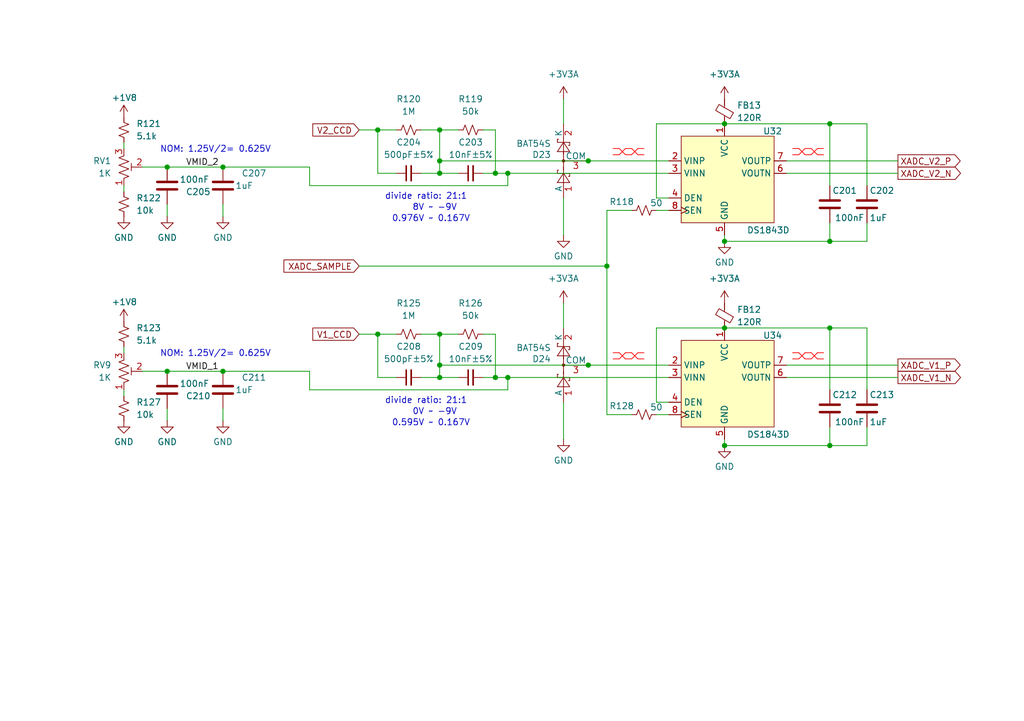
<source format=kicad_sch>
(kicad_sch (version 20231120) (generator "eeschema") (generator_version "8.0")
  (paper "A5")
  (title_block (title "Sitina 1 Sensor Board - V Signal Sampler") (date "2024-03-25") (rev "R0.11") (company "Copyright 2024 Anhang Li, Wenting Zhang") (comment 2 "MERCHANTABILITY, SATISFACTORY QUALITY AND FITNESS FOR A PARTICULAR PURPOSE.") (comment 3 "This source is distributed WITHOUT ANY EXPRESS OR IMPLIED WARRANTY, INCLUDING OF") (comment 4 "This source describes Open Hardware and is licensed under the CERN-OHL-P v2."))
  (lib_symbols
    (symbol "AL_common:DS1843"
      (property "Reference" "U" (at 0 3.81 0))
      (property "Value" "DS1843D" (at 0 1.778 0))
      (symbol "DS1843_1_1"
        (rectangle (start 0 0) (end 19.05 -17.78) (fill (type background)))
        (pin power_in line (at 8.89 2.54 270) (length 2.54) (name "VCC") (number "1"))
        (pin input line (at -2.54 -5.08 0) (length 2.54) (name "VINP") (number "2"))
        (pin input line (at -2.54 -7.62 0) (length 2.54) (name "VINN") (number "3"))
        (pin input line (at -2.54 -12.7 0) (length 2.54) (name "DEN") (number "4"))
        (pin passive line (at 8.89 -20.32 90) (length 2.54) (name "GND") (number "5"))
        (pin output line (at 21.59 -7.62 180) (length 2.54) (name "VOUTN") (number "6"))
        (pin output line (at 21.59 -5.08 180) (length 2.54) (name "VOUTP") (number "7"))
        (pin input clock (at -2.54 -15.24 0) (length 2.54) (name "SEN") (number "8"))
      )
    )
    (symbol "Device:C" (pin_numbers hide) (pin_names (offset 0.254))
      (property "Reference" "C" (at 0.635 2.54 0))
      (property "Value" "C" (at 0.635 -2.54 0))
      (symbol "C_0_1"
        (polyline (pts (xy -2.032 -0.762) (xy 2.032 -0.762)) (stroke (width 0.508)))
        (polyline (pts (xy -2.032 0.762) (xy 2.032 0.762)) (stroke (width 0.508)))
      )
      (symbol "C_1_1"
        (pin passive line (at 0 3.81 270) (length 2.794) (name "~") (number "1"))
        (pin passive line (at 0 -3.81 90) (length 2.794) (name "~") (number "2"))
      )
    )
    (symbol "Device:C_Small" (pin_numbers hide) (pin_names (offset 0.254) hide)
      (property "Reference" "C" (at 0.254 1.778 0))
      (property "Value" "C_Small" (at 0.254 -2.032 0))
      (symbol "C_Small_0_1"
        (polyline (pts (xy -1.524 -0.508) (xy 1.524 -0.508)) (stroke (width 0.3302)))
        (polyline (pts (xy -1.524 0.508) (xy 1.524 0.508)) (stroke (width 0.3048)))
      )
      (symbol "C_Small_1_1"
        (pin passive line (at 0 2.54 270) (length 2.032) (name "~") (number "1"))
        (pin passive line (at 0 -2.54 90) (length 2.032) (name "~") (number "2"))
      )
    )
    (symbol "Device:FerriteBead_Small" (pin_numbers hide) (pin_names (offset 0))
      (property "Reference" "FB" (at 1.905 1.27 0))
      (property "Value" "FerriteBead_Small" (at 1.905 -1.27 0))
      (symbol "FerriteBead_Small_0_1"
        (polyline (pts (xy 0 -1.27) (xy 0 -0.7874)))
        (polyline (pts (xy 0 0.889) (xy 0 1.2954)))
        (polyline (pts (xy -1.8288 0.2794) (xy -1.1176 1.4986) (xy 1.8288 -0.2032) (xy 1.1176 -1.4224) (xy -1.8288 0.2794)))
      )
      (symbol "FerriteBead_Small_1_1"
        (pin passive line (at 0 2.54 270) (length 1.27) (name "~") (number "1"))
        (pin passive line (at 0 -2.54 90) (length 1.27) (name "~") (number "2"))
      )
    )
    (symbol "Device:R_Potentiometer_Trim_US" (pin_names (offset 1.016) hide)
      (property "Reference" "RV" (at -4.445 0 90))
      (property "Value" "R_Potentiometer_Trim_US" (at -2.54 0 90))
      (symbol "R_Potentiometer_Trim_US_0_1"
        (polyline (pts (xy 0 -2.286) (xy 0 -2.54)))
        (polyline (pts (xy 0 2.286) (xy 0 2.54)))
        (polyline (pts (xy 1.524 0.762) (xy 1.524 -0.762)))
        (polyline (pts (xy 2.54 0) (xy 1.524 0)))
        (polyline (pts (xy 0 -0.762) (xy 1.016 -1.143) (xy 0 -1.524) (xy -1.016 -1.905) (xy 0 -2.286)))
        (polyline (pts (xy 0 0.762) (xy 1.016 0.381) (xy 0 0) (xy -1.016 -0.381) (xy 0 -0.762)))
        (polyline (pts (xy 0 2.286) (xy 1.016 1.905) (xy 0 1.524) (xy -1.016 1.143) (xy 0 0.762)))
      )
      (symbol "R_Potentiometer_Trim_US_1_1"
        (pin passive line (at 0 3.81 270) (length 1.27) (name "1") (number "1"))
        (pin passive line (at 3.81 0 180) (length 1.27) (name "2") (number "2"))
        (pin passive line (at 0 -3.81 90) (length 1.27) (name "3") (number "3"))
      )
    )
    (symbol "Device:R_Small_US" (pin_numbers hide) (pin_names (offset 0.254) hide)
      (property "Reference" "R" (at 0.762 0.508 0))
      (property "Value" "R_Small_US" (at 0.762 -1.016 0))
      (symbol "R_Small_US_1_1"
        (polyline (pts (xy 0 0) (xy 1.016 -0.381) (xy 0 -0.762) (xy -1.016 -1.143) (xy 0 -1.524)))
        (polyline (pts (xy 0 1.524) (xy 1.016 1.143) (xy 0 0.762) (xy -1.016 0.381) (xy 0 0)))
        (pin passive line (at 0 2.54 270) (length 1.016) (name "~") (number "1"))
        (pin passive line (at 0 -2.54 90) (length 1.016) (name "~") (number "2"))
      )
    )
    (symbol "Diode:BAT54S" (pin_names (offset 0))
      (property "Reference" "D" (at 2.54 -5.08 0))
      (property "Value" "BAT54S" (at -6.35 3.175 0))
      (symbol "BAT54S_0_1"
        (polyline (pts (xy -3.81 0) (xy -1.27 0)))
        (polyline (pts (xy -3.175 -1.27) (xy -3.175 -1.016)))
        (polyline (pts (xy -2.54 -1.27) (xy -3.175 -1.27)))
        (polyline (pts (xy -2.54 -1.27) (xy -2.54 1.27)))
        (polyline (pts (xy -2.54 1.27) (xy -1.905 1.27)))
        (polyline (pts (xy -1.905 0) (xy 1.905 0)))
        (polyline (pts (xy -1.905 1.27) (xy -1.905 1.016)))
        (polyline (pts (xy 1.27 0) (xy 3.81 0)))
        (polyline (pts (xy 3.175 -1.27) (xy 3.175 -1.016)))
        (polyline (pts (xy 3.81 -1.27) (xy 3.175 -1.27)))
        (polyline (pts (xy 3.81 -1.27) (xy 3.81 1.27)))
        (polyline (pts (xy 3.81 1.27) (xy 4.445 1.27)))
        (polyline (pts (xy 4.445 1.27) (xy 4.445 1.016)))
        (polyline (pts (xy -4.445 1.27) (xy -4.445 -1.27) (xy -2.54 0) (xy -4.445 1.27)))
        (polyline (pts (xy 1.905 1.27) (xy 1.905 -1.27) (xy 3.81 0) (xy 1.905 1.27)))
        (circle (center 0 0) (radius 0.254) (fill (type outline)))
      )
      (symbol "BAT54S_1_1"
        (pin passive line (at -7.62 0 0) (length 3.81) (name "A") (number "1"))
        (pin passive line (at 7.62 0 180) (length 3.81) (name "K") (number "2"))
        (pin passive line (at 0 -5.08 90) (length 5.08) (name "COM") (number "3"))
      )
    )
    (symbol "GND_1" (power) (pin_numbers hide) (pin_names (offset 0) hide)
      (property "Value" "GND" (at 0 -3.81 0))
      (symbol "GND_1_0_1"
        (polyline (pts (xy 0 0) (xy 0 -1.27) (xy 1.27 -1.27) (xy 0 -2.54) (xy -1.27 -1.27) (xy 0 -1.27)))
      )
      (symbol "GND_1_1_1"
        (pin power_in line (at 0 0 270) (length 0) (name "~") (number "1"))
      )
    )
    (symbol "power:+1V8" (power) (pin_names (offset 0))
      (property "Value" "+1V8" (at 0 3.556 0))
      (symbol "+1V8_0_1"
        (polyline (pts (xy -0.762 1.27) (xy 0 2.54)))
        (polyline (pts (xy 0 0) (xy 0 2.54)))
        (polyline (pts (xy 0 2.54) (xy 0.762 1.27)))
      )
      (symbol "+1V8_1_1"
        (pin power_in line (at 0 0 90) (length 0) hide (name "+1V8") (number "1"))
      )
    )
    (symbol "power:+3V0" (power) (pin_names (offset 0))
      (property "Value" "+3V0" (at 0 3.556 0))
      (symbol "+3V0_0_1"
        (polyline (pts (xy -0.762 1.27) (xy 0 2.54)))
        (polyline (pts (xy 0 0) (xy 0 2.54)))
        (polyline (pts (xy 0 2.54) (xy 0.762 1.27)))
      )
      (symbol "+3V0_1_1"
        (pin power_in line (at 0 0 90) (length 0) hide (name "+3V0") (number "1"))
      )
    )
  )
  (junction (at 120.65 74.93))
  (junction (at 170.18 25.4))
  (junction (at 77.47 26.67))
  (junction (at 101.6 77.47))
  (junction (at 45.72 34.29))
  (junction (at 90.17 68.58))
  (junction (at 124.46 54.61))
  (junction (at 77.47 68.58))
  (junction (at 104.14 35.56))
  (junction (at 90.17 74.93))
  (junction (at 90.17 77.47))
  (junction (at 170.18 91.44))
  (junction (at 170.18 67.31))
  (junction (at 34.29 34.29))
  (junction (at 148.59 49.53))
  (junction (at 45.72 76.2))
  (junction (at 90.17 26.67))
  (junction (at 148.59 67.31))
  (junction (at 104.14 77.47))
  (junction (at 120.65 33.02))
  (junction (at 34.29 76.2))
  (junction (at 90.17 33.02))
  (junction (at 170.18 49.53))
  (junction (at 90.17 35.56))
  (junction (at 101.6 35.56))
  (junction (at 148.59 25.4))
  (junction (at 148.59 91.44))
  (wire (pts (xy 115.57 20.32) (xy 115.57 25.4)))
  (wire (pts (xy 99.06 26.67) (xy 101.6 26.67)))
  (wire (pts (xy 63.5 76.2) (xy 63.5 80.01)))
  (polyline (pts (xy 162.56 73.66) (xy 163.83 73.66)) (stroke (width 0) (color 255 0 0 1)))
  (polyline (pts (xy 162.56 30.48) (xy 163.83 30.48)) (stroke (width 0) (color 255 0 0 1)))
  (wire (pts (xy 86.36 77.47) (xy 90.17 77.47)))
  (wire (pts (xy 90.17 77.47) (xy 93.98 77.47)))
  (polyline (pts (xy 162.56 31.75) (xy 163.83 31.75)) (stroke (width 0) (color 255 0 0 1)))
  (wire (pts (xy 148.59 49.53) (xy 170.18 49.53)))
  (wire (pts (xy 101.6 68.58) (xy 101.6 77.47)))
  (wire (pts (xy 90.17 74.93) (xy 120.65 74.93)))
  (wire (pts (xy 124.46 43.18) (xy 124.46 54.61)))
  (wire (pts (xy 90.17 68.58) (xy 93.98 68.58)))
  (polyline (pts (xy 167.64 72.39) (xy 168.91 72.39)) (stroke (width 0) (color 255 0 0 1)))
  (polyline (pts (xy 166.37 73.66) (xy 167.64 72.39)) (stroke (width 0) (color 255 0 0 1)))
  (polyline (pts (xy 165.1 72.39) (xy 166.37 72.39)) (stroke (width 0) (color 255 0 0 1)))
  (wire (pts (xy 137.16 82.55) (xy 134.62 82.55)))
  (wire (pts (xy 177.8 67.31) (xy 170.18 67.31)))
  (wire (pts (xy 104.14 35.56) (xy 137.16 35.56)))
  (polyline (pts (xy 127 72.39) (xy 128.27 73.66)) (stroke (width 0) (color 255 0 0 1)))
  (polyline (pts (xy 165.1 31.75) (xy 166.37 31.75)) (stroke (width 0) (color 255 0 0 1)))
  (wire (pts (xy 170.18 67.31) (xy 148.59 67.31)))
  (wire (pts (xy 99.06 77.47) (xy 101.6 77.47)))
  (wire (pts (xy 161.29 77.47) (xy 184.15 77.47)))
  (wire (pts (xy 81.28 26.67) (xy 77.47 26.67)))
  (wire (pts (xy 34.29 41.91) (xy 34.29 44.45)))
  (wire (pts (xy 115.57 62.23) (xy 115.57 67.31)))
  (wire (pts (xy 77.47 35.56) (xy 81.28 35.56)))
  (wire (pts (xy 77.47 77.47) (xy 81.28 77.47)))
  (polyline (pts (xy 130.81 73.66) (xy 132.08 73.66)) (stroke (width 0) (color 255 0 0 1)))
  (wire (pts (xy 90.17 35.56) (xy 93.98 35.56)))
  (polyline (pts (xy 163.83 72.39) (xy 165.1 73.66)) (stroke (width 0) (color 255 0 0 1)))
  (wire (pts (xy 73.66 54.61) (xy 124.46 54.61)))
  (wire (pts (xy 177.8 91.44) (xy 177.8 87.63)))
  (polyline (pts (xy 129.54 31.75) (xy 130.81 30.48)) (stroke (width 0) (color 255 0 0 1)))
  (wire (pts (xy 115.57 82.55) (xy 115.57 90.17)))
  (wire (pts (xy 134.62 67.31) (xy 148.59 67.31)))
  (polyline (pts (xy 129.54 73.66) (xy 130.81 72.39)) (stroke (width 0) (color 255 0 0 1)))
  (polyline (pts (xy 130.81 31.75) (xy 132.08 31.75)) (stroke (width 0) (color 255 0 0 1)))
  (polyline (pts (xy 125.73 73.66) (xy 127 73.66)) (stroke (width 0) (color 255 0 0 1)))
  (wire (pts (xy 170.18 25.4) (xy 148.59 25.4)))
  (wire (pts (xy 148.59 91.44) (xy 170.18 91.44)))
  (wire (pts (xy 104.14 77.47) (xy 137.16 77.47)))
  (wire (pts (xy 177.8 25.4) (xy 170.18 25.4)))
  (wire (pts (xy 73.66 26.67) (xy 77.47 26.67)))
  (polyline (pts (xy 130.81 72.39) (xy 132.08 72.39)) (stroke (width 0) (color 255 0 0 1)))
  (polyline (pts (xy 129.54 72.39) (xy 130.81 73.66)) (stroke (width 0) (color 255 0 0 1)))
  (polyline (pts (xy 130.81 30.48) (xy 132.08 30.48)) (stroke (width 0) (color 255 0 0 1)))
  (wire (pts (xy 161.29 33.02) (xy 184.15 33.02)))
  (wire (pts (xy 25.4 71.12) (xy 25.4 72.39)))
  (wire (pts (xy 134.62 82.55) (xy 134.62 67.31)))
  (wire (pts (xy 63.5 38.1) (xy 104.14 38.1)))
  (wire (pts (xy 120.65 33.02) (xy 137.16 33.02)))
  (wire (pts (xy 170.18 38.1) (xy 170.18 25.4)))
  (wire (pts (xy 63.5 80.01) (xy 104.14 80.01)))
  (wire (pts (xy 25.4 80.01) (xy 25.4 81.28)))
  (polyline (pts (xy 165.1 30.48) (xy 166.37 30.48)) (stroke (width 0) (color 255 0 0 1)))
  (wire (pts (xy 104.14 35.56) (xy 101.6 35.56)))
  (wire (pts (xy 137.16 40.64) (xy 134.62 40.64)))
  (wire (pts (xy 90.17 33.02) (xy 90.17 35.56)))
  (polyline (pts (xy 127 30.48) (xy 128.27 31.75)) (stroke (width 0) (color 255 0 0 1)))
  (wire (pts (xy 161.29 35.56) (xy 184.15 35.56)))
  (wire (pts (xy 170.18 80.01) (xy 170.18 67.31)))
  (wire (pts (xy 45.72 34.29) (xy 63.5 34.29)))
  (wire (pts (xy 104.14 38.1) (xy 104.14 35.56)))
  (wire (pts (xy 99.06 35.56) (xy 101.6 35.56)))
  (wire (pts (xy 34.29 34.29) (xy 45.72 34.29)))
  (wire (pts (xy 25.4 29.21) (xy 25.4 30.48)))
  (wire (pts (xy 161.29 74.93) (xy 184.15 74.93)))
  (polyline (pts (xy 128.27 30.48) (xy 129.54 30.48)) (stroke (width 0) (color 255 0 0 1)))
  (wire (pts (xy 73.66 68.58) (xy 77.47 68.58)))
  (wire (pts (xy 134.62 40.64) (xy 134.62 25.4)))
  (wire (pts (xy 124.46 85.09) (xy 129.54 85.09)))
  (wire (pts (xy 34.29 83.82) (xy 34.29 86.36)))
  (wire (pts (xy 170.18 91.44) (xy 177.8 91.44)))
  (polyline (pts (xy 166.37 72.39) (xy 167.64 73.66)) (stroke (width 0) (color 255 0 0 1)))
  (wire (pts (xy 104.14 80.01) (xy 104.14 77.47)))
  (wire (pts (xy 81.28 68.58) (xy 77.47 68.58)))
  (polyline (pts (xy 125.73 30.48) (xy 127 30.48)) (stroke (width 0) (color 255 0 0 1)))
  (wire (pts (xy 124.46 54.61) (xy 124.46 85.09)))
  (polyline (pts (xy 162.56 72.39) (xy 163.83 72.39)) (stroke (width 0) (color 255 0 0 1)))
  (polyline (pts (xy 128.27 31.75) (xy 129.54 31.75)) (stroke (width 0) (color 255 0 0 1)))
  (wire (pts (xy 148.59 91.44) (xy 148.59 90.17)))
  (wire (pts (xy 134.62 85.09) (xy 137.16 85.09)))
  (polyline (pts (xy 163.83 73.66) (xy 165.1 72.39)) (stroke (width 0) (color 255 0 0 1)))
  (wire (pts (xy 177.8 38.1) (xy 177.8 25.4)))
  (wire (pts (xy 45.72 83.82) (xy 45.72 86.36)))
  (wire (pts (xy 34.29 76.2) (xy 45.72 76.2)))
  (wire (pts (xy 170.18 49.53) (xy 177.8 49.53)))
  (polyline (pts (xy 163.83 30.48) (xy 165.1 31.75)) (stroke (width 0) (color 255 0 0 1)))
  (polyline (pts (xy 129.54 30.48) (xy 130.81 31.75)) (stroke (width 0) (color 255 0 0 1)))
  (polyline (pts (xy 166.37 30.48) (xy 167.64 31.75)) (stroke (width 0) (color 255 0 0 1)))
  (polyline (pts (xy 125.73 31.75) (xy 127 31.75)) (stroke (width 0) (color 255 0 0 1)))
  (wire (pts (xy 148.59 49.53) (xy 148.59 48.26)))
  (wire (pts (xy 63.5 34.29) (xy 63.5 38.1)))
  (polyline (pts (xy 167.64 31.75) (xy 168.91 31.75)) (stroke (width 0) (color 255 0 0 1)))
  (wire (pts (xy 45.72 76.2) (xy 63.5 76.2)))
  (wire (pts (xy 90.17 74.93) (xy 90.17 77.47)))
  (wire (pts (xy 25.4 38.1) (xy 25.4 39.37)))
  (wire (pts (xy 104.14 77.47) (xy 101.6 77.47)))
  (wire (pts (xy 45.72 41.91) (xy 45.72 44.45)))
  (polyline (pts (xy 127 31.75) (xy 128.27 30.48)) (stroke (width 0) (color 255 0 0 1)))
  (wire (pts (xy 29.21 76.2) (xy 34.29 76.2)))
  (wire (pts (xy 86.36 35.56) (xy 90.17 35.56)))
  (wire (pts (xy 134.62 43.18) (xy 137.16 43.18)))
  (wire (pts (xy 177.8 80.01) (xy 177.8 67.31)))
  (polyline (pts (xy 128.27 73.66) (xy 129.54 73.66)) (stroke (width 0) (color 255 0 0 1)))
  (wire (pts (xy 170.18 45.72) (xy 170.18 49.53)))
  (polyline (pts (xy 166.37 31.75) (xy 167.64 30.48)) (stroke (width 0) (color 255 0 0 1)))
  (polyline (pts (xy 167.64 30.48) (xy 168.91 30.48)) (stroke (width 0) (color 255 0 0 1)))
  (wire (pts (xy 77.47 68.58) (xy 77.47 77.47)))
  (wire (pts (xy 86.36 26.67) (xy 90.17 26.67)))
  (wire (pts (xy 90.17 26.67) (xy 93.98 26.67)))
  (wire (pts (xy 120.65 74.93) (xy 137.16 74.93)))
  (wire (pts (xy 124.46 43.18) (xy 129.54 43.18)))
  (wire (pts (xy 86.36 68.58) (xy 90.17 68.58)))
  (wire (pts (xy 77.47 26.67) (xy 77.47 35.56)))
  (wire (pts (xy 101.6 26.67) (xy 101.6 35.56)))
  (polyline (pts (xy 127 73.66) (xy 128.27 72.39)) (stroke (width 0) (color 255 0 0 1)))
  (wire (pts (xy 90.17 26.67) (xy 90.17 33.02)))
  (wire (pts (xy 177.8 49.53) (xy 177.8 45.72)))
  (wire (pts (xy 99.06 68.58) (xy 101.6 68.58)))
  (wire (pts (xy 29.21 34.29) (xy 34.29 34.29)))
  (polyline (pts (xy 163.83 31.75) (xy 165.1 30.48)) (stroke (width 0) (color 255 0 0 1)))
  (wire (pts (xy 90.17 68.58) (xy 90.17 74.93)))
  (wire (pts (xy 90.17 33.02) (xy 120.65 33.02)))
  (wire (pts (xy 134.62 25.4) (xy 148.59 25.4)))
  (polyline (pts (xy 125.73 72.39) (xy 127 72.39)) (stroke (width 0) (color 255 0 0 1)))
  (polyline (pts (xy 128.27 72.39) (xy 129.54 72.39)) (stroke (width 0) (color 255 0 0 1)))
  (polyline (pts (xy 167.64 73.66) (xy 168.91 73.66)) (stroke (width 0) (color 255 0 0 1)))
  (wire (pts (xy 170.18 87.63) (xy 170.18 91.44)))
  (wire (pts (xy 115.57 40.64) (xy 115.57 48.26)))
  (polyline (pts (xy 165.1 73.66) (xy 166.37 73.66)) (stroke (width 0) (color 255 0 0 1)))
  (text "NOM: 1.25V/2= 0.625V" (at 44.196 30.734 0) (effects (font (size 1.27 1.27))))
  (text "8V ~ -9V" (at 89.154 42.672 0) (effects (font (size 1.27 1.27))))
  (text "divide ratio: 21:1" (at 87.376 40.386 0) (effects (font (size 1.27 1.27))))
  (text "divide ratio: 21:1" (at 87.376 82.296 0) (effects (font (size 1.27 1.27))))
  (text "0V ~ -9V" (at 89.154 84.582 0) (effects (font (size 1.27 1.27))))
  (text "0.976V ~ 0.167V" (at 88.392 44.958 0) (effects (font (size 1.27 1.27))))
  (text "NOM: 1.25V/2= 0.625V" (at 44.196 72.644 0) (effects (font (size 1.27 1.27))))
  (text "0.595V ~ 0.167V" (at 88.392 86.868 0) (effects (font (size 1.27 1.27))))
  (label "VMID_2" (at 38.1 34.29 0))
  (label "VMID_1" (at 38.1 76.2 0))
  (global_label "V2_CCD" (shape input) (at 73.66 26.67 180) (property "Intersheetrefs" "${INTERSHEET_REFS}" (effects (hide yes))))
  (global_label "XADC_V1_N" (shape output) (at 184.15 77.47 0) (property "Intersheetrefs" "${INTERSHEET_REFS}" (effects (hide yes))))
  (global_label "XADC_SAMPLE" (shape input) (at 73.66 54.61 180) (property "Intersheetrefs" "${INTERSHEET_REFS}" (effects (hide yes))))
  (global_label "V1_CCD" (shape input) (at 73.66 68.58 180) (property "Intersheetrefs" "${INTERSHEET_REFS}" (effects (hide yes))))
  (global_label "XADC_V2_N" (shape output) (at 184.15 35.56 0) (property "Intersheetrefs" "${INTERSHEET_REFS}" (effects (hide yes))))
  (global_label "XADC_V2_P" (shape output) (at 184.15 33.02 0) (property "Intersheetrefs" "${INTERSHEET_REFS}" (effects (hide yes))))
  (global_label "XADC_V1_P" (shape output) (at 184.15 74.93 0) (property "Intersheetrefs" "${INTERSHEET_REFS}" (effects (hide yes))))
  (symbol (lib_id "Device:C") (at 45.72 80.01 180) (unit 1)
    (property "Reference" "C211" (at 49.53 77.47 0) (effects (justify right)))
    (property "Value" "1uF" (at 48.26 80.01 0) (effects (justify right)))
    (property "Footprint" "Capacitor_SMD:C_0402_1005Metric" (effects (hide yes)))
  )
  (symbol (lib_id "power:+3V0") (at 148.59 20.32 0) (unit 1)
    (property "Reference" "#PWR0386" (effects (hide yes)))
    (property "Value" "+3V3A" (at 148.59 15.24 0))
  )
  (symbol (lib_id "Device:FerriteBead_Small") (at 148.59 64.77 180) (unit 1)
    (property "Reference" "FB12" (at 151.13 63.538 0) (effects (justify right)))
    (property "Value" "120R" (at 151.13 66.078 0) (effects (justify right)))
    (property "Footprint" "Inductor_SMD:L_0402_1005Metric" (effects (hide yes)))
  )
  (symbol (lib_name "GND_1") (lib_id "power:GND") (at 25.4 86.36 0) (unit 1)
    (property "Reference" "#PWR0382" (effects (hide yes)))
    (property "Value" "GND" (at 25.4 90.678 0))
    (property "Description" "Power symbol creates a global label with name \"GND\" , ground" (effects (hide yes)))
  )
  (symbol (lib_name "GND_1") (lib_id "power:GND") (at 45.72 86.36 0) (unit 1)
    (property "Reference" "#PWR0390" (effects (hide yes)))
    (property "Value" "GND" (at 45.72 90.678 0))
    (property "Description" "Power symbol creates a global label with name \"GND\" , ground" (effects (hide yes)))
  )
  (symbol (lib_name "GND_1") (lib_id "power:GND") (at 115.57 90.17 0) (unit 1)
    (property "Reference" "#PWR0395" (effects (hide yes)))
    (property "Value" "GND" (at 115.57 94.488 0))
    (property "Description" "Power symbol creates a global label with name \"GND\" , ground" (effects (hide yes)))
  )
  (symbol (lib_name "GND_1") (lib_id "power:GND") (at 34.29 44.45 0) (unit 1)
    (property "Reference" "#PWR0384" (effects (hide yes)))
    (property "Value" "GND" (at 34.29 48.768 0))
    (property "Description" "Power symbol creates a global label with name \"GND\" , ground" (effects (hide yes)))
  )
  (symbol (lib_id "Diode:BAT54S") (at 115.57 33.02 90) (unit 1)
    (property "Reference" "D23" (at 113.03 31.75 90) (effects (justify left)))
    (property "Value" "BAT54S" (at 113.03 29.464 90) (effects (justify left)))
    (property "Footprint" "Package_TO_SOT_SMD:SOT-23" (effects (hide yes)))
    (property "Datasheet" "https://www.diodes.com/assets/Datasheets/ds11005.pdf" (effects (hide yes)))
  )
  (symbol (lib_id "Device:C") (at 45.72 38.1 180) (unit 1)
    (property "Reference" "C207" (at 49.53 35.56 0) (effects (justify right)))
    (property "Value" "1uF" (at 48.26 38.1 0) (effects (justify right)))
    (property "Footprint" "Capacitor_SMD:C_0402_1005Metric" (effects (hide yes)))
  )
  (symbol (lib_id "Device:R_Small_US") (at 83.82 68.58 90) (unit 1)
    (property "Reference" "R125" (at 83.82 62.23 90))
    (property "Value" "1M" (at 83.82 64.77 90))
    (property "Footprint" "Resistor_SMD:R_0402_1005Metric" (effects (hide yes)))
    (property "Description" "Resistor, small US symbol" (effects (hide yes)))
  )
  (symbol (lib_id "Device:R_Potentiometer_Trim_US") (at 25.4 76.2 0) (mirror x) (unit 1)
    (property "Reference" "RV9" (at 22.86 74.93 0) (effects (justify right)))
    (property "Value" "1K" (at 22.86 77.47 0) (effects (justify right)))
    (property "Footprint" "footprints:Potentiometer_Bourns_TC33X_Vertical" (effects (hide yes)))
  )
  (symbol (lib_name "GND_1") (lib_id "power:GND") (at 25.4 44.45 0) (unit 1)
    (property "Reference" "#PWR0383" (effects (hide yes)))
    (property "Value" "GND" (at 25.4 48.768 0))
    (property "Description" "Power symbol creates a global label with name \"GND\" , ground" (effects (hide yes)))
  )
  (symbol (lib_id "power:+3V0") (at 148.59 62.23 0) (unit 1)
    (property "Reference" "#PWR0333" (effects (hide yes)))
    (property "Value" "+3V3A" (at 148.59 57.15 0))
  )
  (symbol (lib_id "Device:R_Potentiometer_Trim_US") (at 25.4 34.29 0) (mirror x) (unit 1)
    (property "Reference" "RV1" (at 22.86 33.02 0) (effects (justify right)))
    (property "Value" "1K" (at 22.86 35.56 0) (effects (justify right)))
    (property "Footprint" "footprints:Potentiometer_Bourns_TC33X_Vertical" (effects (hide yes)))
  )
  (symbol (lib_name "GND_1") (lib_id "power:GND") (at 148.59 49.53 0) (unit 1)
    (property "Reference" "#PWR0387" (effects (hide yes)))
    (property "Value" "GND" (at 148.59 53.848 0))
    (property "Description" "Power symbol creates a global label with name \"GND\" , ground" (effects (hide yes)))
  )
  (symbol (lib_name "GND_1") (lib_id "power:GND") (at 115.57 48.26 0) (unit 1)
    (property "Reference" "#PWR0392" (effects (hide yes)))
    (property "Value" "GND" (at 115.57 52.578 0))
    (property "Description" "Power symbol creates a global label with name \"GND\" , ground" (effects (hide yes)))
  )
  (symbol (lib_name "GND_1") (lib_id "power:GND") (at 45.72 44.45 0) (unit 1)
    (property "Reference" "#PWR0385" (effects (hide yes)))
    (property "Value" "GND" (at 45.72 48.768 0))
    (property "Description" "Power symbol creates a global label with name \"GND\" , ground" (effects (hide yes)))
  )
  (symbol (lib_id "Device:C") (at 34.29 80.01 0) (mirror y) (unit 1)
    (property "Reference" "C210" (at 38.1 81.28 0) (effects (justify right)))
    (property "Value" "100nF" (at 36.83 78.74 0) (effects (justify right)))
    (property "Footprint" "Capacitor_SMD:C_0402_1005Metric" (effects (hide yes)))
  )
  (symbol (lib_id "Device:R_Small_US") (at 96.52 26.67 90) (unit 1)
    (property "Reference" "R119" (at 96.52 20.32 90))
    (property "Value" "50k" (at 96.52 22.86 90))
    (property "Footprint" "Resistor_SMD:R_0402_1005Metric" (effects (hide yes)))
    (property "Description" "Resistor, small US symbol" (effects (hide yes)))
  )
  (symbol (lib_id "Device:C") (at 170.18 41.91 0) (mirror y) (unit 1)
    (property "Reference" "C201" (at 170.688 39.116 0) (effects (justify right)))
    (property "Value" "100nF" (at 171.196 44.704 0) (effects (justify right)))
    (property "Footprint" "Capacitor_SMD:C_0402_1005Metric" (effects (hide yes)))
  )
  (symbol (lib_id "Device:C_Small") (at 83.82 35.56 90) (unit 1)
    (property "Reference" "C204" (at 83.8263 29.21 90))
    (property "Value" "500pF±5%" (at 83.8263 31.75 90))
    (property "Description" "Unpolarized capacitor, small symbol" (effects (hide yes)))
  )
  (symbol (lib_id "Diode:BAT54S") (at 115.57 74.93 90) (unit 1)
    (property "Reference" "D24" (at 113.03 73.66 90) (effects (justify left)))
    (property "Value" "BAT54S" (at 113.03 71.374 90) (effects (justify left)))
    (property "Footprint" "Package_TO_SOT_SMD:SOT-23" (effects (hide yes)))
    (property "Datasheet" "https://www.diodes.com/assets/Datasheets/ds11005.pdf" (effects (hide yes)))
  )
  (symbol (lib_id "Device:R_Small_US") (at 25.4 83.82 180) (unit 1)
    (property "Reference" "R127" (at 27.94 82.5499 0) (effects (justify right)))
    (property "Value" "10k" (at 27.94 85.0899 0) (effects (justify right)))
    (property "Footprint" "Resistor_SMD:R_0402_1005Metric" (effects (hide yes)))
    (property "Description" "Resistor, small US symbol" (effects (hide yes)))
  )
  (symbol (lib_id "Device:C_Small") (at 83.82 77.47 90) (unit 1)
    (property "Reference" "C208" (at 83.8263 71.12 90))
    (property "Value" "500pF±5%" (at 83.8263 73.66 90))
    (property "Description" "Unpolarized capacitor, small symbol" (effects (hide yes)))
  )
  (symbol (lib_id "AL_common:DS1843") (at 139.7 69.85 0) (unit 1)
    (property "Reference" "U34" (at 156.464 68.834 0) (effects (justify left)))
    (property "Value" "DS1843D" (at 153.162 89.154 0) (effects (justify left)))
    (property "Footprint" "Package_DFN_QFN:DFN-8_2x2mm_P0.5mm" (effects (hide yes)))
    (property "Datasheet" "https://www.analog.com/media/en/technical-documentation/data-sheets/DS1843.pdf" (effects (hide yes)))
    (property "Description" "Maxim Fast Sample-and-Hold Circuit" (effects (hide yes)))
  )
  (symbol (lib_id "Device:R_Small_US") (at 25.4 68.58 180) (unit 1)
    (property "Reference" "R123" (at 27.94 67.3099 0) (effects (justify right)))
    (property "Value" "5.1k" (at 27.94 69.8499 0) (effects (justify right)))
    (property "Footprint" "Resistor_SMD:R_0402_1005Metric" (effects (hide yes)))
    (property "Description" "Resistor, small US symbol" (effects (hide yes)))
  )
  (symbol (lib_id "Device:R_Small_US") (at 132.08 85.09 90) (unit 1)
    (property "Reference" "R128" (at 127.508 83.312 90))
    (property "Value" "50" (at 134.62 83.566 90))
    (property "Footprint" "Resistor_SMD:R_0402_1005Metric" (effects (hide yes)))
    (property "Description" "Resistor, small US symbol" (effects (hide yes)))
  )
  (symbol (lib_id "Device:C_Small") (at 96.52 77.47 90) (unit 1)
    (property "Reference" "C209" (at 96.5263 71.12 90))
    (property "Value" "10nF±5%" (at 96.5263 73.66 90))
    (property "Description" "Unpolarized capacitor, small symbol" (effects (hide yes)))
  )
  (symbol (lib_id "Device:C") (at 170.18 83.82 0) (mirror y) (unit 1)
    (property "Reference" "C212" (at 170.688 81.026 0) (effects (justify right)))
    (property "Value" "100nF" (at 171.196 86.614 0) (effects (justify right)))
    (property "Footprint" "Capacitor_SMD:C_0402_1005Metric" (effects (hide yes)))
  )
  (symbol (lib_id "Device:R_Small_US") (at 25.4 41.91 180) (unit 1)
    (property "Reference" "R122" (at 27.94 40.6399 0) (effects (justify right)))
    (property "Value" "10k" (at 27.94 43.1799 0) (effects (justify right)))
    (property "Footprint" "Resistor_SMD:R_0402_1005Metric" (effects (hide yes)))
    (property "Description" "Resistor, small US symbol" (effects (hide yes)))
  )
  (symbol (lib_name "GND_1") (lib_id "power:GND") (at 148.59 91.44 0) (unit 1)
    (property "Reference" "#PWR0391" (effects (hide yes)))
    (property "Value" "GND" (at 148.59 95.758 0))
    (property "Description" "Power symbol creates a global label with name \"GND\" , ground" (effects (hide yes)))
  )
  (symbol (lib_id "power:+3V0") (at 115.57 62.23 0) (unit 1)
    (property "Reference" "#PWR0394" (effects (hide yes)))
    (property "Value" "+3V3A" (at 115.57 57.15 0))
  )
  (symbol (lib_id "Device:C") (at 34.29 38.1 0) (mirror y) (unit 1)
    (property "Reference" "C205" (at 38.1 39.37 0) (effects (justify right)))
    (property "Value" "100nF" (at 36.83 36.83 0) (effects (justify right)))
    (property "Footprint" "Capacitor_SMD:C_0402_1005Metric" (effects (hide yes)))
  )
  (symbol (lib_id "Device:C") (at 177.8 83.82 180) (unit 1)
    (property "Reference" "C213" (at 178.308 81.026 0) (effects (justify right)))
    (property "Value" "1uF" (at 178.308 86.614 0) (effects (justify right)))
    (property "Footprint" "Capacitor_SMD:C_0402_1005Metric" (effects (hide yes)))
  )
  (symbol (lib_id "power:+1V8") (at 25.4 66.04 0) (unit 1)
    (property "Reference" "#PWR0381" (effects (hide yes)))
    (property "Value" "+1V8" (at 22.86 61.976 0) (effects (justify left)))
  )
  (symbol (lib_id "Device:R_Small_US") (at 96.52 68.58 90) (unit 1)
    (property "Reference" "R126" (at 96.52 62.23 90))
    (property "Value" "50k" (at 96.52 64.77 90))
    (property "Footprint" "Resistor_SMD:R_0402_1005Metric" (effects (hide yes)))
    (property "Description" "Resistor, small US symbol" (effects (hide yes)))
  )
  (symbol (lib_name "GND_1") (lib_id "power:GND") (at 34.29 86.36 0) (unit 1)
    (property "Reference" "#PWR0389" (effects (hide yes)))
    (property "Value" "GND" (at 34.29 90.678 0))
    (property "Description" "Power symbol creates a global label with name \"GND\" , ground" (effects (hide yes)))
  )
  (symbol (lib_id "Device:R_Small_US") (at 132.08 43.18 90) (unit 1)
    (property "Reference" "R118" (at 127.508 41.402 90))
    (property "Value" "50" (at 134.62 41.656 90))
    (property "Footprint" "Resistor_SMD:R_0402_1005Metric" (effects (hide yes)))
    (property "Description" "Resistor, small US symbol" (effects (hide yes)))
  )
  (symbol (lib_id "Device:FerriteBead_Small") (at 148.59 22.86 180) (unit 1)
    (property "Reference" "FB13" (at 151.13 21.628 0) (effects (justify right)))
    (property "Value" "120R" (at 151.13 24.168 0) (effects (justify right)))
    (property "Footprint" "Inductor_SMD:L_0402_1005Metric" (effects (hide yes)))
  )
  (symbol (lib_id "Device:R_Small_US") (at 83.82 26.67 90) (unit 1)
    (property "Reference" "R120" (at 83.82 20.32 90))
    (property "Value" "1M" (at 83.82 22.86 90))
    (property "Footprint" "Resistor_SMD:R_0402_1005Metric" (effects (hide yes)))
    (property "Description" "Resistor, small US symbol" (effects (hide yes)))
  )
  (symbol (lib_id "Device:C_Small") (at 96.52 35.56 90) (unit 1)
    (property "Reference" "C203" (at 96.5263 29.21 90))
    (property "Value" "10nF±5%" (at 96.5263 31.75 90))
    (property "Description" "Unpolarized capacitor, small symbol" (effects (hide yes)))
  )
  (symbol (lib_id "power:+1V8") (at 25.4 24.13 0) (unit 1)
    (property "Reference" "#PWR0388" (effects (hide yes)))
    (property "Value" "+1V8" (at 22.86 20.066 0) (effects (justify left)))
  )
  (symbol (lib_id "Device:C") (at 177.8 41.91 180) (unit 1)
    (property "Reference" "C202" (at 178.308 39.116 0) (effects (justify right)))
    (property "Value" "1uF" (at 178.308 44.704 0) (effects (justify right)))
    (property "Footprint" "Capacitor_SMD:C_0402_1005Metric" (effects (hide yes)))
  )
  (symbol (lib_id "power:+3V0") (at 115.57 20.32 0) (unit 1)
    (property "Reference" "#PWR0393" (effects (hide yes)))
    (property "Value" "+3V3A" (at 115.57 15.24 0))
  )
  (symbol (lib_id "Device:R_Small_US") (at 25.4 26.67 180) (unit 1)
    (property "Reference" "R121" (at 27.94 25.3999 0) (effects (justify right)))
    (property "Value" "5.1k" (at 27.94 27.9399 0) (effects (justify right)))
    (property "Footprint" "Resistor_SMD:R_0402_1005Metric" (effects (hide yes)))
    (property "Description" "Resistor, small US symbol" (effects (hide yes)))
  )
  (symbol (lib_id "AL_common:DS1843") (at 139.7 27.94 0) (unit 1)
    (property "Reference" "U32" (at 156.464 26.924 0) (effects (justify left)))
    (property "Value" "DS1843D" (at 153.162 47.244 0) (effects (justify left)))
    (property "Footprint" "Package_DFN_QFN:DFN-8_2x2mm_P0.5mm" (effects (hide yes)))
    (property "Datasheet" "https://www.analog.com/media/en/technical-documentation/data-sheets/DS1843.pdf" (effects (hide yes)))
    (property "Description" "Maxim Fast Sample-and-Hold Circuit" (effects (hide yes)))
  )
)
</source>
